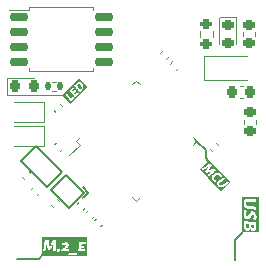
<source format=gbr>
G04 #@! TF.GenerationSoftware,KiCad,Pcbnew,(6.0.1)*
G04 #@! TF.CreationDate,2022-02-11T20:26:01+08:00*
G04 #@! TF.ProjectId,STM32_FOC_Board,53544d33-325f-4464-9f43-5f426f617264,rev?*
G04 #@! TF.SameCoordinates,Original*
G04 #@! TF.FileFunction,Legend,Top*
G04 #@! TF.FilePolarity,Positive*
%FSLAX46Y46*%
G04 Gerber Fmt 4.6, Leading zero omitted, Abs format (unit mm)*
G04 Created by KiCad (PCBNEW (6.0.1)) date 2022-02-11 20:26:01*
%MOMM*%
%LPD*%
G01*
G04 APERTURE LIST*
G04 Aperture macros list*
%AMRoundRect*
0 Rectangle with rounded corners*
0 $1 Rounding radius*
0 $2 $3 $4 $5 $6 $7 $8 $9 X,Y pos of 4 corners*
0 Add a 4 corners polygon primitive as box body*
4,1,4,$2,$3,$4,$5,$6,$7,$8,$9,$2,$3,0*
0 Add four circle primitives for the rounded corners*
1,1,$1+$1,$2,$3*
1,1,$1+$1,$4,$5*
1,1,$1+$1,$6,$7*
1,1,$1+$1,$8,$9*
0 Add four rect primitives between the rounded corners*
20,1,$1+$1,$2,$3,$4,$5,0*
20,1,$1+$1,$4,$5,$6,$7,0*
20,1,$1+$1,$6,$7,$8,$9,0*
20,1,$1+$1,$8,$9,$2,$3,0*%
G04 Aperture macros list end*
%ADD10C,0.150000*%
%ADD11C,0.120000*%
%ADD12C,0.152400*%
%ADD13C,0.100000*%
%ADD14RoundRect,0.218750X0.256250X-0.218750X0.256250X0.218750X-0.256250X0.218750X-0.256250X-0.218750X0*%
%ADD15RoundRect,0.140000X-0.219203X-0.021213X-0.021213X-0.219203X0.219203X0.021213X0.021213X0.219203X0*%
%ADD16RoundRect,0.225000X0.225000X0.250000X-0.225000X0.250000X-0.225000X-0.250000X0.225000X-0.250000X0*%
%ADD17RoundRect,0.140000X-0.021213X0.219203X-0.219203X0.021213X0.021213X-0.219203X0.219203X-0.021213X0*%
%ADD18RoundRect,0.218750X-0.256250X0.218750X-0.256250X-0.218750X0.256250X-0.218750X0.256250X0.218750X0*%
%ADD19RoundRect,0.135000X0.135000X0.185000X-0.135000X0.185000X-0.135000X-0.185000X0.135000X-0.185000X0*%
%ADD20RoundRect,0.050000X0.469660X-0.045821X-0.045821X0.469660X-0.469660X0.045821X0.045821X-0.469660X0*%
%ADD21R,0.600000X0.450000*%
%ADD22RoundRect,0.218750X-0.218750X-0.256250X0.218750X-0.256250X0.218750X0.256250X-0.218750X0.256250X0*%
%ADD23RoundRect,0.050800X-0.786692X-0.132901X-0.132901X-0.786692X0.786692X0.132901X0.132901X0.786692X0*%
%ADD24RoundRect,0.150000X-0.650000X-0.150000X0.650000X-0.150000X0.650000X0.150000X-0.650000X0.150000X0*%
%ADD25R,1.300000X1.400000*%
%ADD26RoundRect,0.135000X0.035355X-0.226274X0.226274X-0.035355X-0.035355X0.226274X-0.226274X0.035355X0*%
%ADD27RoundRect,0.075000X-0.415425X-0.521491X0.521491X0.415425X0.415425X0.521491X-0.521491X-0.415425X0*%
%ADD28RoundRect,0.075000X0.415425X-0.521491X0.521491X-0.415425X-0.415425X0.521491X-0.521491X0.415425X0*%
%ADD29RoundRect,0.140000X0.219203X0.021213X0.021213X0.219203X-0.219203X-0.021213X-0.021213X-0.219203X0*%
%ADD30RoundRect,0.225000X0.250000X-0.225000X0.250000X0.225000X-0.250000X0.225000X-0.250000X-0.225000X0*%
%ADD31RoundRect,0.200000X-0.275000X0.200000X-0.275000X-0.200000X0.275000X-0.200000X0.275000X0.200000X0*%
%ADD32C,0.701000*%
G04 APERTURE END LIST*
D10*
X143565400Y-74077000D02*
X143565400Y-75855000D01*
X144225800Y-73416600D02*
X143565400Y-74077000D01*
X141101600Y-66520500D02*
X141101600Y-66901500D01*
X140314111Y-65709800D02*
X141112111Y-66507800D01*
X141086800Y-67168200D02*
X141330200Y-67411600D01*
X141086800Y-66888800D02*
X141086800Y-67168200D01*
D11*
X128757200Y-61822000D02*
X129011200Y-61822000D01*
X126560000Y-61822000D02*
X128757200Y-61822000D01*
D10*
X125480600Y-75677200D02*
X125150400Y-75677200D01*
X126979200Y-75677200D02*
X127334800Y-75321600D01*
X125480600Y-75677200D02*
X126979200Y-75677200D01*
G36*
X145617645Y-73418347D02*
G01*
X144205554Y-73418347D01*
X144205554Y-72682226D01*
X144311461Y-72682226D01*
X144312940Y-72777443D01*
X144316956Y-72869724D01*
X144322877Y-72947892D01*
X144329270Y-72996723D01*
X144364580Y-73120206D01*
X144418332Y-73216014D01*
X144489178Y-73282858D01*
X144575769Y-73319449D01*
X144672261Y-73324934D01*
X144735519Y-73313864D01*
X144780068Y-73290006D01*
X144806859Y-73263937D01*
X144839266Y-73224120D01*
X144860058Y-73192059D01*
X144862224Y-73186976D01*
X144877398Y-73182868D01*
X144909876Y-73209383D01*
X144930338Y-73231552D01*
X145008829Y-73301418D01*
X145091627Y-73339215D01*
X145175217Y-73344071D01*
X145256085Y-73315114D01*
X145259353Y-73313155D01*
X145300089Y-73284301D01*
X145330609Y-73250638D01*
X145352528Y-73206675D01*
X145367458Y-73146921D01*
X145377011Y-73065883D01*
X145382802Y-72958071D01*
X145384964Y-72885542D01*
X145391830Y-72608679D01*
X145332639Y-72598716D01*
X145294194Y-72593413D01*
X145228616Y-72585585D01*
X145143906Y-72576140D01*
X145048066Y-72565987D01*
X145008681Y-72561959D01*
X144891016Y-72549367D01*
X144770138Y-72535227D01*
X144652457Y-72520405D01*
X144544380Y-72505771D01*
X144452317Y-72492189D01*
X144382676Y-72480529D01*
X144342350Y-72471798D01*
X144329483Y-72470811D01*
X144320767Y-72480323D01*
X144315408Y-72505758D01*
X144312607Y-72552541D01*
X144311569Y-72626098D01*
X144311461Y-72682226D01*
X144205554Y-72682226D01*
X144205554Y-71838469D01*
X144297753Y-71838469D01*
X144304666Y-71983325D01*
X144322244Y-72060418D01*
X144329483Y-72076773D01*
X144358888Y-72143208D01*
X144414419Y-72220317D01*
X144480965Y-72283446D01*
X144550654Y-72324294D01*
X144580965Y-72333200D01*
X144676187Y-72338139D01*
X144760797Y-72313823D01*
X144837355Y-72258607D01*
X144908421Y-72170847D01*
X144953884Y-72093688D01*
X144985762Y-72036730D01*
X145015327Y-71989017D01*
X145031637Y-71966541D01*
X145073462Y-71938431D01*
X145117675Y-71939865D01*
X145157198Y-71966377D01*
X145184951Y-72013502D01*
X145194018Y-72068971D01*
X145185961Y-72116496D01*
X145165408Y-72176920D01*
X145150213Y-72210357D01*
X145126052Y-72263957D01*
X145121329Y-72300430D01*
X145140000Y-72326235D01*
X145186020Y-72347833D01*
X145245904Y-72366633D01*
X145301209Y-72381327D01*
X145336548Y-72382441D01*
X145358675Y-72364676D01*
X145374345Y-72322733D01*
X145389804Y-72253738D01*
X145403727Y-72115788D01*
X145387594Y-71986411D01*
X145342691Y-71870522D01*
X145270306Y-71773038D01*
X145261757Y-71764635D01*
X145184444Y-71705942D01*
X145101203Y-71676666D01*
X145029280Y-71670884D01*
X144956208Y-71681597D01*
X144890329Y-71715986D01*
X144827449Y-71777429D01*
X144763373Y-71869300D01*
X144745683Y-71899138D01*
X144691050Y-71987131D01*
X144645302Y-72043967D01*
X144605277Y-72071670D01*
X144567812Y-72072265D01*
X144529743Y-72047779D01*
X144523274Y-72041558D01*
X144493479Y-71987809D01*
X144488249Y-71914749D01*
X144507237Y-71828083D01*
X144540926Y-71750314D01*
X144568254Y-71696605D01*
X144587377Y-71655664D01*
X144593879Y-71637481D01*
X144578431Y-71627763D01*
X144539187Y-71613322D01*
X144486792Y-71597168D01*
X144431894Y-71582316D01*
X144385140Y-71571776D01*
X144357176Y-71568562D01*
X144353920Y-71569588D01*
X144346666Y-71588857D01*
X144334351Y-71632408D01*
X144322092Y-71680845D01*
X144297753Y-71838469D01*
X144205554Y-71838469D01*
X144205554Y-71016639D01*
X144295578Y-71016639D01*
X144314365Y-71132592D01*
X144318798Y-71148166D01*
X144346054Y-71223401D01*
X144357176Y-71243189D01*
X144380678Y-71285002D01*
X144426668Y-71335050D01*
X144488020Y-71375627D01*
X144568730Y-71408815D01*
X144672795Y-71436695D01*
X144804212Y-71461350D01*
X144964553Y-71484542D01*
X145073286Y-71499056D01*
X145172049Y-71512595D01*
X145254715Y-71524290D01*
X145315154Y-71533273D01*
X145347235Y-71538675D01*
X145348466Y-71538943D01*
X145368655Y-71541719D01*
X145380499Y-71534001D01*
X145386220Y-71508891D01*
X145388039Y-71459494D01*
X145388181Y-71415615D01*
X145389037Y-71369138D01*
X145388750Y-71333989D01*
X145383034Y-71308162D01*
X145367604Y-71289648D01*
X145338174Y-71276442D01*
X145290460Y-71266537D01*
X145220175Y-71257926D01*
X145123035Y-71248603D01*
X145008681Y-71237904D01*
X144903246Y-71226641D01*
X144804509Y-71214014D01*
X144720247Y-71201169D01*
X144658241Y-71189258D01*
X144633218Y-71182442D01*
X144563080Y-71142410D01*
X144520817Y-71081178D01*
X144505686Y-70997630D01*
X144505623Y-70991031D01*
X144508569Y-70937710D01*
X144519817Y-70896969D01*
X144542980Y-70867997D01*
X144581672Y-70849987D01*
X144639506Y-70842129D01*
X144720097Y-70843616D01*
X144827057Y-70853638D01*
X144964001Y-70871386D01*
X145010729Y-70877990D01*
X145118237Y-70893312D01*
X145213758Y-70906814D01*
X145291809Y-70917730D01*
X145346906Y-70925295D01*
X145373563Y-70928743D01*
X145374942Y-70928868D01*
X145381311Y-70913009D01*
X145386002Y-70870490D01*
X145388136Y-70809945D01*
X145388181Y-70799186D01*
X145388181Y-70668836D01*
X145286687Y-70657229D01*
X145233689Y-70651002D01*
X145154469Y-70641487D01*
X145057836Y-70629749D01*
X144952602Y-70616858D01*
X144896121Y-70609894D01*
X144762241Y-70594715D01*
X144657847Y-70586507D01*
X144577772Y-70585520D01*
X144516845Y-70592001D01*
X144469900Y-70606199D01*
X144431765Y-70628363D01*
X144426360Y-70632488D01*
X144366067Y-70700793D01*
X144323075Y-70792848D01*
X144299030Y-70900760D01*
X144295578Y-71016639D01*
X144205554Y-71016639D01*
X144205554Y-70417653D01*
X145617645Y-70417653D01*
X145617645Y-73418347D01*
G37*
G36*
X144603098Y-72750130D02*
G01*
X144669616Y-72756429D01*
X144688497Y-72758829D01*
X144770390Y-72770053D01*
X144770390Y-72874363D01*
X144767792Y-72938640D01*
X144757506Y-72980560D01*
X144735798Y-73012851D01*
X144727065Y-73021999D01*
X144684356Y-73055759D01*
X144641937Y-73063405D01*
X144587048Y-73048432D01*
X144538066Y-73011724D01*
X144504390Y-72947861D01*
X144488749Y-72862674D01*
X144487972Y-72836736D01*
X144487972Y-72747604D01*
X144547288Y-72747604D01*
X144603098Y-72750130D01*
G37*
G36*
X145030745Y-72808645D02*
G01*
X145106865Y-72820136D01*
X145154657Y-72830876D01*
X145180714Y-72845294D01*
X145191628Y-72867822D01*
X145193991Y-72902889D01*
X145194018Y-72918364D01*
X145188295Y-72993157D01*
X145168908Y-73039158D01*
X145132532Y-73061328D01*
X145095513Y-73065324D01*
X145025908Y-73050978D01*
X144977413Y-73008951D01*
X144951299Y-72940763D01*
X144946902Y-72887611D01*
X144946902Y-72796549D01*
X145030745Y-72808645D01*
G37*
G36*
X143195395Y-69173636D02*
G01*
X142421235Y-69947795D01*
X141741385Y-69267946D01*
X142047393Y-69267946D01*
X142047745Y-69335051D01*
X142072891Y-69410573D01*
X142080678Y-69426693D01*
X142114385Y-69476567D01*
X142163897Y-69529689D01*
X142221257Y-69579060D01*
X142278510Y-69617676D01*
X142318507Y-69635998D01*
X142409539Y-69651531D01*
X142502270Y-69642473D01*
X142528930Y-69634956D01*
X142549752Y-69623689D01*
X142588317Y-69598822D01*
X142640553Y-69563295D01*
X142702394Y-69520045D01*
X142769769Y-69472008D01*
X142838608Y-69422122D01*
X142904842Y-69373323D01*
X142964403Y-69328552D01*
X143013221Y-69290743D01*
X143047226Y-69262834D01*
X143057470Y-69253443D01*
X143057369Y-69239647D01*
X143039113Y-69213548D01*
X143001089Y-69172878D01*
X142998172Y-69169952D01*
X142926749Y-69098530D01*
X142801299Y-69200490D01*
X142706017Y-69277737D01*
X142629264Y-69339297D01*
X142568459Y-69386903D01*
X142521024Y-69422291D01*
X142484377Y-69447196D01*
X142455939Y-69463353D01*
X142433129Y-69472497D01*
X142413369Y-69476363D01*
X142394076Y-69476685D01*
X142390812Y-69476522D01*
X142336239Y-69463086D01*
X142291904Y-69433100D01*
X142260853Y-69392137D01*
X142246127Y-69345775D01*
X142250773Y-69299588D01*
X142274087Y-69262721D01*
X142293851Y-69245582D01*
X142331401Y-69215311D01*
X142382597Y-69175163D01*
X142443297Y-69128388D01*
X142499510Y-69085670D01*
X142564053Y-69036707D01*
X142621731Y-68992525D01*
X142668676Y-68956121D01*
X142701023Y-68930489D01*
X142714381Y-68919183D01*
X142721217Y-68908124D01*
X142717072Y-68894231D01*
X142698771Y-68872666D01*
X142663136Y-68838586D01*
X142658953Y-68834724D01*
X142586160Y-68767618D01*
X142380965Y-68930148D01*
X142312553Y-68984841D01*
X142247921Y-69037443D01*
X142191602Y-69084190D01*
X142148135Y-69121322D01*
X142123359Y-69143791D01*
X142072407Y-69205459D01*
X142047393Y-69267946D01*
X141741385Y-69267946D01*
X141288119Y-68814680D01*
X141585554Y-68814680D01*
X141594668Y-68900203D01*
X141629960Y-68982286D01*
X141631931Y-68985562D01*
X141669197Y-69034826D01*
X141719954Y-69086933D01*
X141774114Y-69132257D01*
X141810168Y-69155619D01*
X141838703Y-69169436D01*
X141861118Y-69172777D01*
X141886338Y-69164157D01*
X141923286Y-69142087D01*
X141934420Y-69134929D01*
X141972432Y-69109297D01*
X141999112Y-69089201D01*
X142008350Y-69079528D01*
X141997370Y-69069245D01*
X141969288Y-69051368D01*
X141947137Y-69038943D01*
X141874148Y-68990251D01*
X141825638Y-68936526D01*
X141802430Y-68879340D01*
X141805090Y-68825522D01*
X141805350Y-68820268D01*
X141816984Y-68790280D01*
X141844309Y-68750664D01*
X141886833Y-68704731D01*
X141937187Y-68659015D01*
X141988000Y-68620045D01*
X142031902Y-68594353D01*
X142042829Y-68590145D01*
X142118314Y-68578781D01*
X142186876Y-68593055D01*
X142245885Y-68631578D01*
X142292710Y-68692955D01*
X142310826Y-68732024D01*
X142325807Y-68770019D01*
X142336374Y-68795418D01*
X142339322Y-68801413D01*
X142351932Y-68797239D01*
X142382290Y-68783673D01*
X142422191Y-68764451D01*
X142466573Y-68741428D01*
X142490446Y-68722459D01*
X142495164Y-68700874D01*
X142482079Y-68670001D01*
X142452542Y-68623170D01*
X142451237Y-68621175D01*
X142378773Y-68531968D01*
X142294118Y-68464744D01*
X142200382Y-68420543D01*
X142100672Y-68400408D01*
X141998100Y-68405380D01*
X141897692Y-68435663D01*
X141842322Y-68466595D01*
X141781933Y-68511398D01*
X141722168Y-68564593D01*
X141668675Y-68620700D01*
X141627098Y-68674243D01*
X141603083Y-68719743D01*
X141602241Y-68722368D01*
X141585554Y-68814680D01*
X141288119Y-68814680D01*
X140582605Y-68109166D01*
X140627969Y-68063802D01*
X140728240Y-68063802D01*
X140729485Y-68076292D01*
X140745753Y-68097249D01*
X140775320Y-68127695D01*
X140816306Y-68164627D01*
X140843133Y-68179442D01*
X140850525Y-68178707D01*
X140867673Y-68167887D01*
X140902080Y-68145077D01*
X140948463Y-68113811D01*
X140992627Y-68083723D01*
X141094123Y-68015113D01*
X141174984Y-67962322D01*
X141234937Y-67925514D01*
X141273708Y-67904856D01*
X141291027Y-67900511D01*
X141291992Y-67902631D01*
X141284347Y-67918853D01*
X141263969Y-67953116D01*
X141233658Y-68000927D01*
X141196221Y-68057795D01*
X141181750Y-68079305D01*
X141132776Y-68151416D01*
X141097332Y-68204353D01*
X141074199Y-68242001D01*
X141062161Y-68268243D01*
X141059999Y-68286966D01*
X141066498Y-68302051D01*
X141080438Y-68317385D01*
X141100601Y-68336852D01*
X141153436Y-68389686D01*
X141398209Y-68310280D01*
X141642981Y-68230873D01*
X141487771Y-68375650D01*
X141429948Y-68429002D01*
X141375251Y-68478414D01*
X141328560Y-68519551D01*
X141294752Y-68548084D01*
X141285327Y-68555446D01*
X141238093Y-68590467D01*
X141364187Y-68716562D01*
X141430341Y-68661753D01*
X141460490Y-68635581D01*
X141506274Y-68594317D01*
X141563541Y-68541775D01*
X141628137Y-68481775D01*
X141633920Y-68476344D01*
X141695909Y-68418130D01*
X141710240Y-68404578D01*
X141775313Y-68343352D01*
X141835431Y-68287506D01*
X141887152Y-68240177D01*
X141927037Y-68204506D01*
X141951647Y-68183633D01*
X141955646Y-68180651D01*
X141987308Y-68159088D01*
X141815472Y-67987253D01*
X141766352Y-68010710D01*
X141740791Y-68021800D01*
X141697182Y-68039592D01*
X141640840Y-68062029D01*
X141577078Y-68087050D01*
X141511210Y-68112597D01*
X141448551Y-68136611D01*
X141394415Y-68157034D01*
X141354115Y-68171805D01*
X141332966Y-68178867D01*
X141331602Y-68179160D01*
X141326014Y-68177110D01*
X141328222Y-68166789D01*
X141339852Y-68145606D01*
X141362531Y-68110972D01*
X141397881Y-68060299D01*
X141447528Y-67990995D01*
X141463990Y-67968210D01*
X141603470Y-67775367D01*
X141520772Y-67692610D01*
X141438073Y-67609854D01*
X141100509Y-67825235D01*
X141013514Y-67880700D01*
X140933216Y-67931817D01*
X140862742Y-67976602D01*
X140805215Y-68013072D01*
X140763760Y-68039243D01*
X140741504Y-68053134D01*
X140739385Y-68054409D01*
X140728240Y-68063802D01*
X140627969Y-68063802D01*
X141356765Y-67335006D01*
X143195395Y-69173636D01*
G37*
G36*
X130353311Y-60407330D02*
G01*
X131081440Y-61135459D01*
X129667029Y-62549870D01*
X128938900Y-61821741D01*
X128973363Y-61787278D01*
X129224302Y-61787278D01*
X129226853Y-61791662D01*
X129243033Y-61809827D01*
X129270955Y-61843233D01*
X129307861Y-61888412D01*
X129350990Y-61941894D01*
X129397584Y-62000212D01*
X129444884Y-62059896D01*
X129490130Y-62117477D01*
X129530564Y-62169486D01*
X129563426Y-62212456D01*
X129585956Y-62242916D01*
X129587218Y-62244693D01*
X129615223Y-62283818D01*
X129638742Y-62315814D01*
X129653923Y-62335476D01*
X129656594Y-62338519D01*
X129664775Y-62338443D01*
X129681297Y-62327802D01*
X129708055Y-62304966D01*
X129746938Y-62268303D01*
X129799841Y-62216185D01*
X129807908Y-62208128D01*
X129948786Y-62067250D01*
X129911077Y-62012845D01*
X129889060Y-61983053D01*
X129871837Y-61963291D01*
X129865050Y-61958439D01*
X129853581Y-61966287D01*
X129829706Y-61987338D01*
X129797555Y-62017859D01*
X129778619Y-62036553D01*
X129741662Y-62072920D01*
X129717325Y-62094649D01*
X129701876Y-62104220D01*
X129691587Y-62104112D01*
X129684759Y-62098920D01*
X129673162Y-62084999D01*
X129649812Y-62055156D01*
X129617071Y-62012478D01*
X129577300Y-61960046D01*
X129532861Y-61900946D01*
X129520566Y-61884510D01*
X129475284Y-61824157D01*
X129434042Y-61769653D01*
X129399202Y-61724082D01*
X129373126Y-61690528D01*
X129358174Y-61672074D01*
X129356373Y-61670101D01*
X129346545Y-61663774D01*
X129334269Y-61666567D01*
X129315254Y-61681051D01*
X129285210Y-61709795D01*
X129277856Y-61717125D01*
X129244965Y-61751516D01*
X129227858Y-61773814D01*
X129224302Y-61787278D01*
X128973363Y-61787278D01*
X129329698Y-61430943D01*
X129569156Y-61430943D01*
X129581810Y-61445599D01*
X129606453Y-61475796D01*
X129640590Y-61518356D01*
X129681722Y-61570100D01*
X129727351Y-61627848D01*
X129774981Y-61688424D01*
X129822111Y-61748647D01*
X129866247Y-61805339D01*
X129904889Y-61855322D01*
X129935538Y-61895415D01*
X129955699Y-61922442D01*
X129959105Y-61927207D01*
X130012584Y-62003452D01*
X130343555Y-61672481D01*
X130310359Y-61621160D01*
X130289901Y-61590321D01*
X130274202Y-61568063D01*
X130269206Y-61561881D01*
X130258092Y-61566642D01*
X130233483Y-61586227D01*
X130198142Y-61618254D01*
X130154831Y-61660341D01*
X130046546Y-61768626D01*
X130022446Y-61738326D01*
X129996741Y-61705175D01*
X129975344Y-61676627D01*
X129952343Y-61645228D01*
X130116096Y-61481474D01*
X130083417Y-61429183D01*
X130063395Y-61397978D01*
X130048010Y-61375490D01*
X130043009Y-61369161D01*
X130031986Y-61373693D01*
X130008442Y-61392089D01*
X129976244Y-61421133D01*
X129951585Y-61445123D01*
X129912595Y-61484079D01*
X129886167Y-61507577D01*
X129867457Y-61516206D01*
X129851627Y-61510556D01*
X129833837Y-61491218D01*
X129811822Y-61462167D01*
X129778522Y-61418290D01*
X129881172Y-61310972D01*
X129983821Y-61203654D01*
X129949890Y-61150029D01*
X129929479Y-61120120D01*
X129913341Y-61100654D01*
X129907269Y-61096402D01*
X129897108Y-61104220D01*
X129873643Y-61125653D01*
X129839936Y-61157670D01*
X129799055Y-61197237D01*
X129754062Y-61241325D01*
X129708021Y-61286901D01*
X129663997Y-61330932D01*
X129625053Y-61370389D01*
X129594253Y-61402238D01*
X129574663Y-61423448D01*
X129569156Y-61430943D01*
X129329698Y-61430943D01*
X129740041Y-61020600D01*
X129979004Y-61020600D01*
X129993087Y-61036708D01*
X130019095Y-61068332D01*
X130054491Y-61112246D01*
X130096740Y-61165226D01*
X130143306Y-61224047D01*
X130191650Y-61285482D01*
X130239237Y-61346308D01*
X130283532Y-61403298D01*
X130321996Y-61453228D01*
X130352096Y-61492872D01*
X130371292Y-61519004D01*
X130373778Y-61522588D01*
X130423575Y-61595834D01*
X130555011Y-61456891D01*
X130613179Y-61394186D01*
X130656241Y-61344756D01*
X130686470Y-61305801D01*
X130706140Y-61274524D01*
X130710943Y-61264887D01*
X130735676Y-61183510D01*
X130738052Y-61096252D01*
X130718017Y-61005162D01*
X130717802Y-61004527D01*
X130701112Y-60960443D01*
X130682209Y-60924194D01*
X130656154Y-60887855D01*
X130618012Y-60843500D01*
X130616246Y-60841538D01*
X130553640Y-60779220D01*
X130495467Y-60737905D01*
X130438277Y-60716272D01*
X130378615Y-60713003D01*
X130314504Y-60726323D01*
X130292951Y-60734126D01*
X130271882Y-60745096D01*
X130247911Y-60761880D01*
X130217649Y-60787129D01*
X130177710Y-60823487D01*
X130124707Y-60873606D01*
X130118401Y-60879626D01*
X130071249Y-60925108D01*
X130031098Y-60964682D01*
X130000670Y-60995598D01*
X129982683Y-61015104D01*
X129979004Y-61020600D01*
X129740041Y-61020600D01*
X130353311Y-60407330D01*
G37*
G36*
X130390369Y-60898411D02*
G01*
X130441862Y-60927393D01*
X130494534Y-60975941D01*
X130525435Y-61013450D01*
X130569303Y-61079911D01*
X130592771Y-61137610D01*
X130595855Y-61189762D01*
X130578572Y-61239584D01*
X130540939Y-61290295D01*
X130526943Y-61304906D01*
X130497666Y-61332508D01*
X130474891Y-61350834D01*
X130463486Y-61355971D01*
X130463428Y-61355929D01*
X130439546Y-61332437D01*
X130403599Y-61290046D01*
X130356374Y-61229732D01*
X130298663Y-61152473D01*
X130293341Y-61145213D01*
X130194294Y-61009920D01*
X130247445Y-60951860D01*
X130278702Y-60919496D01*
X130302086Y-60901324D01*
X130324400Y-60892968D01*
X130342517Y-60890649D01*
X130390369Y-60898411D01*
G37*
G36*
X131021007Y-73850068D02*
G01*
X131021007Y-75437568D01*
X127220629Y-75437568D01*
X127220629Y-75357391D01*
X129462009Y-75357391D01*
X130167125Y-75357391D01*
X130177147Y-75307280D01*
X130183516Y-75276499D01*
X130186172Y-75253255D01*
X130181379Y-75236494D01*
X130165400Y-75225162D01*
X130134501Y-75218203D01*
X130084944Y-75214564D01*
X130012994Y-75213191D01*
X129914915Y-75213028D01*
X129843355Y-75213073D01*
X129741681Y-75213614D01*
X129651237Y-75215130D01*
X129576794Y-75217454D01*
X129523125Y-75220422D01*
X129495002Y-75223869D01*
X129492033Y-75225221D01*
X129484393Y-75247765D01*
X129475102Y-75287936D01*
X129473267Y-75297380D01*
X129462009Y-75357391D01*
X127220629Y-75357391D01*
X127220629Y-75054825D01*
X127303707Y-75054825D01*
X127315086Y-75064142D01*
X127345928Y-75068027D01*
X127395650Y-75068754D01*
X127460208Y-75065396D01*
X127494710Y-75055443D01*
X127500225Y-75048710D01*
X127505468Y-75025538D01*
X127515077Y-74978132D01*
X127527601Y-74913797D01*
X127539263Y-74852277D01*
X127566511Y-74711339D01*
X127589768Y-74600605D01*
X127608945Y-74520437D01*
X127623952Y-74471197D01*
X127634701Y-74453248D01*
X127637257Y-74454205D01*
X127644363Y-74473979D01*
X127655867Y-74519251D01*
X127670367Y-74583977D01*
X127686466Y-74662113D01*
X127692298Y-74691924D01*
X127711468Y-74792246D01*
X127725960Y-74865473D01*
X127737987Y-74915831D01*
X127749756Y-74947547D01*
X127763477Y-74964850D01*
X127781360Y-74971965D01*
X127805614Y-74973120D01*
X127838449Y-74972542D01*
X127925999Y-74972542D01*
X128063009Y-74703950D01*
X128200020Y-74435358D01*
X128191375Y-74683906D01*
X128187670Y-74776019D01*
X128183291Y-74862275D01*
X128178691Y-74935044D01*
X128174321Y-74986695D01*
X128172611Y-75000604D01*
X128162492Y-75068754D01*
X128371438Y-75068754D01*
X128378513Y-74993320D01*
X128507987Y-74993320D01*
X128526236Y-75027674D01*
X128541024Y-75043638D01*
X128591948Y-75078151D01*
X128646125Y-75081144D01*
X128678615Y-75068754D01*
X128856235Y-75068754D01*
X129460456Y-75068754D01*
X130295194Y-75068754D01*
X130839215Y-75068754D01*
X130856584Y-74992851D01*
X130865301Y-74946105D01*
X130867880Y-74912831D01*
X130866357Y-74904656D01*
X130848155Y-74899598D01*
X130804896Y-74895551D01*
X130743591Y-74893001D01*
X130689621Y-74892365D01*
X130614087Y-74891825D01*
X130565529Y-74889664D01*
X130538864Y-74885075D01*
X130529007Y-74877247D01*
X130530213Y-74867001D01*
X130538045Y-74830772D01*
X130539947Y-74802860D01*
X130541382Y-74783961D01*
X130549952Y-74772483D01*
X130572053Y-74766576D01*
X130614080Y-74764392D01*
X130674122Y-74764083D01*
X130808298Y-74764083D01*
X130824091Y-74684211D01*
X130831610Y-74637083D01*
X130833489Y-74604332D01*
X130831561Y-74596016D01*
X130812667Y-74592089D01*
X130770067Y-74589160D01*
X130712122Y-74587749D01*
X130697628Y-74587694D01*
X130634384Y-74586943D01*
X130596727Y-74583636D01*
X130578185Y-74576186D01*
X130572290Y-74563011D01*
X130572017Y-74556935D01*
X130573938Y-74521900D01*
X130583320Y-74498658D01*
X130605595Y-74484802D01*
X130646195Y-74477929D01*
X130710550Y-74475631D01*
X130756015Y-74475446D01*
X130920545Y-74475446D01*
X130936338Y-74395574D01*
X130943858Y-74348447D01*
X130945736Y-74315695D01*
X130943808Y-74307380D01*
X130925819Y-74304665D01*
X130881124Y-74302321D01*
X130815087Y-74300504D01*
X130733073Y-74299369D01*
X130657539Y-74299057D01*
X130379593Y-74299057D01*
X130379382Y-74351172D01*
X130377416Y-74383333D01*
X130372146Y-74440830D01*
X130364307Y-74517185D01*
X130354635Y-74605920D01*
X130343863Y-74700555D01*
X130332727Y-74794613D01*
X130321962Y-74881613D01*
X130312302Y-74955079D01*
X130305731Y-75000604D01*
X130295194Y-75068754D01*
X129460456Y-75068754D01*
X129480652Y-74984569D01*
X129492404Y-74934850D01*
X129500805Y-74897965D01*
X129503257Y-74886143D01*
X129489431Y-74880453D01*
X129450231Y-74876513D01*
X129392330Y-74874792D01*
X129346635Y-74875110D01*
X129187604Y-74878318D01*
X129315924Y-74742757D01*
X129393769Y-74656901D01*
X129448262Y-74586980D01*
X129481116Y-74528926D01*
X129494049Y-74478676D01*
X129488777Y-74432161D01*
X129467015Y-74385316D01*
X129466876Y-74385088D01*
X129417489Y-74333458D01*
X129347129Y-74300592D01*
X129261249Y-74287080D01*
X129165301Y-74293514D01*
X129064739Y-74320486D01*
X129024558Y-74337105D01*
X128975834Y-74360461D01*
X128949516Y-74379259D01*
X128938740Y-74402042D01*
X128936640Y-74437355D01*
X128936657Y-74446497D01*
X128939672Y-74505577D01*
X128951761Y-74536595D01*
X128978277Y-74542846D01*
X129024575Y-74527628D01*
X129049932Y-74516221D01*
X129132457Y-74484889D01*
X129194380Y-74477206D01*
X129235256Y-74493211D01*
X129240127Y-74498347D01*
X129249244Y-74524588D01*
X129238311Y-74559798D01*
X129205787Y-74606046D01*
X129150132Y-74665401D01*
X129069805Y-74739933D01*
X129042100Y-74764311D01*
X128969756Y-74828715D01*
X128918877Y-74878366D01*
X128885786Y-74918420D01*
X128866805Y-74954034D01*
X128858258Y-74990365D01*
X128856454Y-75024657D01*
X128856235Y-75068754D01*
X128678615Y-75068754D01*
X128684909Y-75066354D01*
X128721177Y-75041406D01*
X128738759Y-75008949D01*
X128743714Y-74957354D01*
X128743742Y-74953407D01*
X128732002Y-74899218D01*
X128701032Y-74863312D01*
X128657990Y-74845749D01*
X128610036Y-74846591D01*
X128564328Y-74865897D01*
X128528028Y-74903729D01*
X128509731Y-74951435D01*
X128507987Y-74993320D01*
X128378513Y-74993320D01*
X128380838Y-74968533D01*
X128384132Y-74921870D01*
X128387877Y-74849748D01*
X128391792Y-74758769D01*
X128395600Y-74655536D01*
X128399019Y-74546653D01*
X128399665Y-74523552D01*
X128402853Y-74418909D01*
X128406391Y-74322830D01*
X128410031Y-74240764D01*
X128413523Y-74178164D01*
X128416618Y-74140480D01*
X128417460Y-74134695D01*
X128425828Y-74090598D01*
X128141086Y-74090598D01*
X128119825Y-74150730D01*
X128107835Y-74181096D01*
X128086445Y-74231969D01*
X128058353Y-74297239D01*
X128026255Y-74370799D01*
X127992848Y-74446540D01*
X127960830Y-74518351D01*
X127932897Y-74580125D01*
X127911746Y-74625753D01*
X127900074Y-74649126D01*
X127899187Y-74650499D01*
X127892859Y-74653431D01*
X127886136Y-74643050D01*
X127878222Y-74615863D01*
X127868317Y-74568379D01*
X127855621Y-74497105D01*
X127839336Y-74398550D01*
X127834095Y-74366034D01*
X127789884Y-74090694D01*
X127652799Y-74090646D01*
X127515715Y-74090598D01*
X127414482Y-74548730D01*
X127388360Y-74666762D01*
X127364183Y-74775642D01*
X127342898Y-74871139D01*
X127325451Y-74949018D01*
X127312789Y-75005048D01*
X127305857Y-75034996D01*
X127305157Y-75037808D01*
X127303707Y-75054825D01*
X127220629Y-75054825D01*
X127220629Y-73850068D01*
X131021007Y-73850068D01*
G37*
D11*
X144325400Y-64246979D02*
X144325400Y-63921421D01*
X145345400Y-64246979D02*
X145345400Y-63921421D01*
X141991107Y-65912390D02*
X142143610Y-66064893D01*
X141481990Y-66421507D02*
X141634493Y-66574010D01*
X144239380Y-61085000D02*
X143958220Y-61085000D01*
X144239380Y-62105000D02*
X143958220Y-62105000D01*
X130831399Y-71368918D02*
X130678896Y-71521421D01*
X130322282Y-70859801D02*
X130169779Y-71012304D01*
X143678100Y-55182400D02*
X142208100Y-55182400D01*
X142208100Y-55182400D02*
X142208100Y-57467400D01*
X143678100Y-57467400D02*
X143678100Y-55182400D01*
X128377441Y-60692200D02*
X128070159Y-60692200D01*
X128377441Y-61452200D02*
X128070159Y-61452200D01*
D12*
X129250354Y-68563494D02*
X127978694Y-69835154D01*
X130699711Y-70576839D02*
X130699711Y-70576839D01*
X131159472Y-70117078D02*
X130665558Y-69623164D01*
X130805706Y-70118846D02*
X129250354Y-68563494D01*
X130771553Y-70152999D02*
X130805706Y-70118846D01*
X130699711Y-70576839D02*
X131159472Y-70117078D01*
X127978694Y-69835154D02*
X129534046Y-71390506D01*
X129534046Y-71390506D02*
X130771553Y-70152999D01*
D11*
X126445293Y-69620790D02*
X126292790Y-69773293D01*
X126954410Y-70129907D02*
X126801907Y-70282410D01*
X127387000Y-64121400D02*
X127387000Y-62421400D01*
X127387000Y-62421400D02*
X124837000Y-62421400D01*
X127387000Y-64121400D02*
X124837000Y-64121400D01*
X131804693Y-72287790D02*
X131652190Y-72440293D01*
X132313810Y-72796907D02*
X132161307Y-72949410D01*
X124275000Y-61822000D02*
X126560000Y-61822000D01*
X126560000Y-60352000D02*
X124275000Y-60352000D01*
X124275000Y-60352000D02*
X124275000Y-61822000D01*
D12*
X125487197Y-67391008D02*
X126730008Y-66148197D01*
X126730008Y-66148197D02*
X128928403Y-68346592D01*
X128928403Y-68346592D02*
X127685592Y-69589403D01*
X127685592Y-69589403D02*
X125487197Y-67391008D01*
D11*
X127412400Y-66128000D02*
X127412400Y-64428000D01*
X127412400Y-64428000D02*
X124862400Y-64428000D01*
X127412400Y-66128000D02*
X124862400Y-66128000D01*
X131583800Y-54374200D02*
X131583800Y-54634200D01*
X128858800Y-54374200D02*
X126133800Y-54374200D01*
X126133800Y-54374200D02*
X126133800Y-54634200D01*
X128858800Y-59824200D02*
X126133800Y-59824200D01*
X128858800Y-59824200D02*
X131583800Y-59824200D01*
X128858800Y-54374200D02*
X131583800Y-54374200D01*
X126133800Y-54634200D02*
X124458800Y-54634200D01*
X126133800Y-59824200D02*
X126133800Y-59564200D01*
X131583800Y-59824200D02*
X131583800Y-59564200D01*
X140929800Y-60573000D02*
X144609800Y-60573000D01*
X140929800Y-58553000D02*
X144609800Y-58553000D01*
X140929800Y-58553000D02*
X140929800Y-60573000D01*
X138031859Y-59199740D02*
X138249140Y-58982459D01*
X138569260Y-59737141D02*
X138786541Y-59519860D01*
X139995913Y-66027998D02*
X140314111Y-65709800D01*
X130421687Y-66027998D02*
X129509519Y-66940166D01*
X135208800Y-60604489D02*
X135526998Y-60922687D01*
X134890602Y-60922687D02*
X135208800Y-60604489D01*
X135526998Y-70496913D02*
X135208800Y-70815111D01*
X135208800Y-70815111D02*
X134890602Y-70496913D01*
X130421687Y-65391602D02*
X130103489Y-65709800D01*
X140314111Y-65709800D02*
X139995913Y-65391602D01*
X130103489Y-65709800D02*
X130421687Y-66027998D01*
X128426493Y-65861590D02*
X128273990Y-66014093D01*
X128935610Y-66370707D02*
X128783107Y-66523210D01*
X128884810Y-62762893D02*
X128732307Y-62610390D01*
X128375693Y-63272010D02*
X128223190Y-63119507D01*
X137756460Y-58771941D02*
X137973741Y-58554660D01*
X137219059Y-58234540D02*
X137436340Y-58017259D01*
X144223800Y-56807980D02*
X144223800Y-56526820D01*
X145243800Y-56807980D02*
X145243800Y-56526820D01*
X128529107Y-70662190D02*
X128681610Y-70814693D01*
X128019990Y-71171307D02*
X128172493Y-71323810D01*
X125581590Y-68774496D02*
X125734093Y-68926999D01*
X126090707Y-68265379D02*
X126243210Y-68417882D01*
X131602610Y-72085707D02*
X131450107Y-72238210D01*
X131093493Y-71576590D02*
X130940990Y-71729093D01*
X140629900Y-56430142D02*
X140629900Y-56904658D01*
X141674900Y-56430142D02*
X141674900Y-56904658D01*
%LPC*%
D13*
X125133200Y-77913000D02*
X137083200Y-77913000D01*
X137083200Y-77913000D02*
X137083200Y-75913000D01*
X137083200Y-75913000D02*
X125133200Y-75913000D01*
X125133200Y-75913000D02*
X125133200Y-77913000D01*
G36*
X137083200Y-77913000D02*
G01*
X125133200Y-77913000D01*
X125133200Y-75913000D01*
X137083200Y-75913000D01*
X137083200Y-77913000D01*
G37*
X137083200Y-77913000D02*
X125133200Y-77913000D01*
X125133200Y-75913000D01*
X137083200Y-75913000D01*
X137083200Y-77913000D01*
X138283200Y-77913000D02*
X144983200Y-77913000D01*
X144983200Y-77913000D02*
X144983200Y-75913000D01*
X144983200Y-75913000D02*
X138283200Y-75913000D01*
X138283200Y-75913000D02*
X138283200Y-77913000D01*
G36*
X144983200Y-77913000D02*
G01*
X138283200Y-77913000D01*
X138283200Y-75913000D01*
X144983200Y-75913000D01*
X144983200Y-77913000D01*
G37*
X144983200Y-77913000D02*
X138283200Y-77913000D01*
X138283200Y-75913000D01*
X144983200Y-75913000D01*
X144983200Y-77913000D01*
D14*
X144835400Y-64871700D03*
X144835400Y-63296700D03*
D15*
X141473389Y-65903789D03*
X142152211Y-66582611D03*
D16*
X144873800Y-61595000D03*
X143323800Y-61595000D03*
D17*
X130840000Y-70851200D03*
X130161178Y-71530022D03*
D18*
X142943100Y-55879900D03*
X142943100Y-57454900D03*
D19*
X128733800Y-61072200D03*
X127713800Y-61072200D03*
D20*
X130063951Y-70084763D03*
X129284437Y-69305249D03*
X128720449Y-69869237D03*
X129499963Y-70648751D03*
D17*
X126963011Y-69612189D03*
X126284189Y-70291011D03*
D21*
X126937000Y-63271400D03*
X124837000Y-63271400D03*
D17*
X132322411Y-72279189D03*
X131643589Y-72958011D03*
D22*
X124972500Y-61087000D03*
X126547500Y-61087000D03*
D23*
X126597143Y-67258143D03*
X127818457Y-68479457D03*
D21*
X126962400Y-65278000D03*
X124862400Y-65278000D03*
D24*
X125258800Y-55194200D03*
X125258800Y-56464200D03*
X125258800Y-57734200D03*
X125258800Y-59004200D03*
X132458800Y-59004200D03*
X132458800Y-57734200D03*
X132458800Y-56464200D03*
X132458800Y-55194200D03*
D25*
X141759800Y-59563000D03*
X144659800Y-59563000D03*
D26*
X138048576Y-59720424D03*
X138769824Y-58999176D03*
D27*
X130320924Y-66708588D03*
X130674478Y-67062142D03*
X131028031Y-67415695D03*
X131381585Y-67769249D03*
X131735138Y-68122802D03*
X132088691Y-68476355D03*
X132442245Y-68829909D03*
X132795798Y-69183462D03*
X133149351Y-69537015D03*
X133502905Y-69890569D03*
X133856458Y-70244122D03*
X134210012Y-70597676D03*
D28*
X136207588Y-70597676D03*
X136561142Y-70244122D03*
X136914695Y-69890569D03*
X137268249Y-69537015D03*
X137621802Y-69183462D03*
X137975355Y-68829909D03*
X138328909Y-68476355D03*
X138682462Y-68122802D03*
X139036015Y-67769249D03*
X139389569Y-67415695D03*
X139743122Y-67062142D03*
X140096676Y-66708588D03*
D27*
X140096676Y-64711012D03*
X139743122Y-64357458D03*
X139389569Y-64003905D03*
X139036015Y-63650351D03*
X138682462Y-63296798D03*
X138328909Y-62943245D03*
X137975355Y-62589691D03*
X137621802Y-62236138D03*
X137268249Y-61882585D03*
X136914695Y-61529031D03*
X136561142Y-61175478D03*
X136207588Y-60821924D03*
D28*
X134210012Y-60821924D03*
X133856458Y-61175478D03*
X133502905Y-61529031D03*
X133149351Y-61882585D03*
X132795798Y-62236138D03*
X132442245Y-62589691D03*
X132088691Y-62943245D03*
X131735138Y-63296798D03*
X131381585Y-63650351D03*
X131028031Y-64003905D03*
X130674478Y-64357458D03*
X130320924Y-64711012D03*
D17*
X128944211Y-65852989D03*
X128265389Y-66531811D03*
D29*
X128893411Y-63280611D03*
X128214589Y-62601789D03*
D26*
X137235776Y-58755224D03*
X137957024Y-58033976D03*
D30*
X144733800Y-57442400D03*
X144733800Y-55892400D03*
D15*
X128011389Y-70653589D03*
X128690211Y-71332411D03*
X125572989Y-68256778D03*
X126251811Y-68935600D03*
D17*
X131611211Y-71567989D03*
X130932389Y-72246811D03*
D31*
X141152400Y-55842400D03*
X141152400Y-57492400D03*
D32*
X127957097Y-54927500D03*
X129658897Y-54927500D03*
X140453897Y-54927500D03*
X142155697Y-54927500D03*
M02*

</source>
